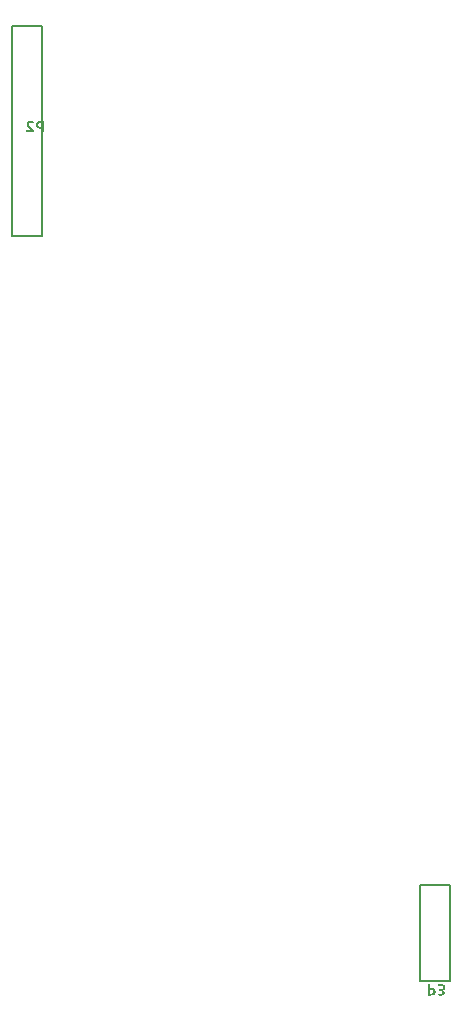
<source format=gbo>
G04*
G04 #@! TF.GenerationSoftware,Altium Limited,Altium Designer,20.0.14 (345)*
G04*
G04 Layer_Color=32896*
%FSLAX25Y25*%
%MOIN*%
G70*
G01*
G75*
%ADD10C,0.00787*%
G36*
X242777Y145552D02*
X242926Y145545D01*
X243055Y145532D01*
X243166Y145513D01*
X243263Y145500D01*
X243328Y145487D01*
X243354Y145481D01*
X243373D01*
X243379Y145474D01*
X243386D01*
X243503Y145442D01*
X243613Y145403D01*
X243703Y145364D01*
X243781Y145325D01*
X243846Y145286D01*
X243891Y145260D01*
X243924Y145241D01*
X243930Y145234D01*
X244008Y145169D01*
X244073Y145105D01*
X244131Y145040D01*
X244177Y144982D01*
X244209Y144923D01*
X244235Y144884D01*
X244248Y144859D01*
X244254Y144845D01*
X244293Y144761D01*
X244319Y144671D01*
X244338Y144586D01*
X244351Y144509D01*
X244358Y144437D01*
X244364Y144385D01*
Y144353D01*
Y144340D01*
X244358Y144211D01*
X244345Y144159D01*
X244338Y144107D01*
X244325Y144068D01*
X244313Y144042D01*
X244306Y144023D01*
Y144016D01*
X244254Y143912D01*
X244228Y143867D01*
X244202Y143828D01*
X244177Y143802D01*
X244157Y143776D01*
X244144Y143763D01*
X244138Y143757D01*
X244053Y143679D01*
X243976Y143627D01*
X243937Y143601D01*
X243911Y143588D01*
X243891Y143575D01*
X243885D01*
X243775Y143530D01*
X243716Y143511D01*
X243665Y143498D01*
X243619Y143485D01*
X243587Y143478D01*
X243561Y143472D01*
X243554D01*
X243658Y143426D01*
X243742Y143368D01*
X243820Y143316D01*
X243885Y143264D01*
X243937Y143213D01*
X243969Y143174D01*
X243995Y143148D01*
X244002Y143141D01*
X244053Y143057D01*
X244092Y142966D01*
X244125Y142869D01*
X244144Y142785D01*
X244157Y142701D01*
X244163Y142642D01*
Y142616D01*
Y142597D01*
Y142590D01*
Y142584D01*
X244157Y142506D01*
X244151Y142429D01*
X244138Y142364D01*
X244125Y142305D01*
X244105Y142253D01*
X244092Y142221D01*
X244086Y142195D01*
X244079Y142189D01*
X244047Y142124D01*
X244008Y142066D01*
X243963Y142014D01*
X243924Y141968D01*
X243891Y141929D01*
X243859Y141904D01*
X243840Y141891D01*
X243833Y141884D01*
X243768Y141839D01*
X243703Y141800D01*
X243632Y141768D01*
X243574Y141742D01*
X243515Y141722D01*
X243470Y141709D01*
X243444Y141696D01*
X243431D01*
X243341Y141670D01*
X243250Y141657D01*
X243159Y141644D01*
X243075Y141631D01*
X242997D01*
X242939Y141625D01*
X242790D01*
X242705Y141631D01*
X242673D01*
X242647Y141638D01*
X242628D01*
X242544Y141644D01*
X242466Y141657D01*
X242433Y141664D01*
X242407D01*
X242394Y141670D01*
X242388D01*
X242304Y141683D01*
X242226Y141703D01*
X242194Y141709D01*
X242168Y141716D01*
X242155Y141722D01*
X242148D01*
X242064Y141742D01*
X241980Y141761D01*
X241947Y141774D01*
X241921Y141780D01*
X241909Y141787D01*
X241902D01*
Y142383D01*
X242071Y142338D01*
X242148Y142312D01*
X242219Y142299D01*
X242271Y142286D01*
X242317Y142273D01*
X242349Y142266D01*
X242356D01*
X242518Y142241D01*
X242595Y142234D01*
X242667Y142228D01*
X242725Y142221D01*
X242809D01*
X242919Y142228D01*
X243017Y142241D01*
X243094Y142260D01*
X243159Y142279D01*
X243211Y142305D01*
X243250Y142325D01*
X243269Y142338D01*
X243276Y142344D01*
X243328Y142396D01*
X243367Y142454D01*
X243392Y142513D01*
X243412Y142571D01*
X243425Y142623D01*
X243431Y142662D01*
Y142688D01*
Y142701D01*
X243425Y142778D01*
X243412Y142850D01*
X243405Y142876D01*
X243399Y142895D01*
X243392Y142908D01*
Y142914D01*
X243354Y142986D01*
X243315Y143044D01*
X243276Y143083D01*
X243269Y143089D01*
X243263Y143096D01*
X243185Y143148D01*
X243107Y143187D01*
X243075Y143200D01*
X243049Y143213D01*
X243029Y143219D01*
X243023D01*
X242965Y143232D01*
X242900Y143238D01*
X242842Y143251D01*
X242777D01*
X242725Y143258D01*
X242258D01*
Y143802D01*
X242764D01*
X242848Y143809D01*
X242919Y143815D01*
X242978Y143822D01*
X243029Y143835D01*
X243062Y143841D01*
X243088Y143848D01*
X243094D01*
X243159Y143861D01*
X243211Y143880D01*
X243263Y143899D01*
X243302Y143919D01*
X243334Y143932D01*
X243360Y143945D01*
X243373Y143951D01*
X243379Y143958D01*
X243457Y144016D01*
X243509Y144074D01*
X243529Y144094D01*
X243541Y144113D01*
X243554Y144126D01*
Y144133D01*
X243587Y144211D01*
X243606Y144282D01*
X243613Y144314D01*
Y144340D01*
Y144353D01*
Y144360D01*
X243606Y144457D01*
X243593Y144502D01*
X243587Y144541D01*
X243574Y144573D01*
X243561Y144599D01*
X243554Y144612D01*
Y144619D01*
X243509Y144696D01*
X243451Y144755D01*
X243425Y144774D01*
X243405Y144794D01*
X243392Y144800D01*
X243386Y144807D01*
X243295Y144859D01*
X243204Y144891D01*
X243159Y144904D01*
X243133Y144917D01*
X243107Y144923D01*
X243101D01*
X242965Y144943D01*
X242893Y144956D01*
X242829D01*
X242770Y144962D01*
X242595D01*
X242505Y144956D01*
X242420D01*
X242349Y144949D01*
X242291D01*
X242245Y144943D01*
X242207D01*
X242122Y144936D01*
X242045Y144923D01*
X241980Y144917D01*
X241915Y144904D01*
X241870Y144897D01*
X241831Y144891D01*
X241805Y144884D01*
X241798D01*
Y145500D01*
X241857Y145507D01*
X241921Y145513D01*
X241941Y145519D01*
X241980D01*
X242057Y145526D01*
X242122Y145532D01*
X242148Y145539D01*
X242187D01*
X242271Y145545D01*
X242336D01*
X242369Y145552D01*
X242407D01*
X242485Y145558D01*
X242615D01*
X242777Y145552D01*
D02*
G37*
G36*
X239226Y144275D02*
X239589D01*
X239725Y144269D01*
X239854Y144262D01*
X239971Y144243D01*
X240068Y144223D01*
X240152Y144211D01*
X240211Y144191D01*
X240250Y144185D01*
X240263Y144178D01*
X240366Y144133D01*
X240463Y144087D01*
X240548Y144042D01*
X240613Y143997D01*
X240671Y143958D01*
X240716Y143925D01*
X240742Y143899D01*
X240749Y143893D01*
X240820Y143822D01*
X240878Y143744D01*
X240924Y143673D01*
X240969Y143608D01*
X241001Y143550D01*
X241021Y143498D01*
X241034Y143472D01*
X241040Y143459D01*
X241073Y143362D01*
X241098Y143264D01*
X241118Y143174D01*
X241131Y143089D01*
X241137Y143018D01*
X241144Y142960D01*
Y142921D01*
Y142908D01*
X241137Y142804D01*
X241131Y142701D01*
X241111Y142616D01*
X241092Y142539D01*
X241073Y142474D01*
X241060Y142429D01*
X241047Y142403D01*
X241040Y142390D01*
X240995Y142305D01*
X240949Y142234D01*
X240898Y142169D01*
X240852Y142111D01*
X240807Y142066D01*
X240774Y142033D01*
X240749Y142014D01*
X240742Y142007D01*
X240671Y141955D01*
X240587Y141904D01*
X240509Y141865D01*
X240438Y141832D01*
X240366Y141806D01*
X240314Y141787D01*
X240282Y141780D01*
X240276Y141774D01*
X240269D01*
X240159Y141748D01*
X240049Y141722D01*
X239939Y141709D01*
X239835Y141703D01*
X239744Y141696D01*
X239679Y141690D01*
X238500D01*
Y145500D01*
X239226D01*
Y144275D01*
D02*
G37*
G36*
X106258Y433269D02*
X106381Y433256D01*
X106492Y433230D01*
X106595Y433204D01*
X106680Y433178D01*
X106744Y433152D01*
X106764Y433145D01*
X106783Y433139D01*
X106790Y433133D01*
X106796D01*
X106906Y433081D01*
X107017Y433016D01*
X107107Y432958D01*
X107192Y432899D01*
X107256Y432847D01*
X107308Y432802D01*
X107341Y432776D01*
X107353Y432763D01*
X106978Y432284D01*
X106913Y432342D01*
X106848Y432394D01*
X106790Y432439D01*
X106731Y432472D01*
X106686Y432504D01*
X106647Y432523D01*
X106621Y432536D01*
X106615Y432543D01*
X106544Y432575D01*
X106466Y432601D01*
X106401Y432614D01*
X106336Y432627D01*
X106278Y432633D01*
X106239Y432640D01*
X106200D01*
X106109Y432633D01*
X106032Y432621D01*
X106006Y432608D01*
X105986Y432601D01*
X105973Y432595D01*
X105967D01*
X105895Y432562D01*
X105844Y432523D01*
X105811Y432497D01*
X105798Y432491D01*
Y432484D01*
X105753Y432426D01*
X105721Y432374D01*
X105701Y432335D01*
X105695Y432323D01*
Y432316D01*
X105669Y432245D01*
X105662Y432173D01*
X105656Y432148D01*
Y432128D01*
Y432115D01*
Y432109D01*
X105662Y432018D01*
X105669Y431934D01*
X105675Y431901D01*
X105682Y431875D01*
X105688Y431862D01*
Y431856D01*
X105714Y431759D01*
X105753Y431674D01*
X105772Y431636D01*
X105785Y431610D01*
X105792Y431590D01*
X105798Y431584D01*
X105831Y431532D01*
X105870Y431474D01*
X105909Y431422D01*
X105941Y431370D01*
X105980Y431325D01*
X106006Y431292D01*
X106025Y431266D01*
X106032Y431260D01*
X106090Y431188D01*
X106161Y431117D01*
X106226Y431046D01*
X106291Y430975D01*
X106349Y430916D01*
X106395Y430871D01*
X106427Y430839D01*
X106440Y430826D01*
X107334Y429918D01*
Y429400D01*
X104749D01*
Y430055D01*
X106356D01*
X105805Y430579D01*
X105727Y430657D01*
X105649Y430728D01*
X105585Y430793D01*
X105526Y430858D01*
X105481Y430903D01*
X105448Y430942D01*
X105422Y430968D01*
X105416Y430975D01*
X105351Y431046D01*
X105299Y431111D01*
X105247Y431176D01*
X105202Y431227D01*
X105170Y431279D01*
X105144Y431312D01*
X105131Y431337D01*
X105124Y431344D01*
X105047Y431480D01*
X105021Y431545D01*
X104995Y431603D01*
X104975Y431655D01*
X104962Y431694D01*
X104949Y431720D01*
Y431726D01*
X104911Y431875D01*
X104898Y431953D01*
X104891Y432018D01*
X104885Y432070D01*
Y432115D01*
Y432141D01*
Y432154D01*
X104891Y432251D01*
X104898Y432342D01*
X104911Y432426D01*
X104930Y432497D01*
X104949Y432556D01*
X104962Y432595D01*
X104969Y432627D01*
X104975Y432633D01*
X105014Y432711D01*
X105053Y432776D01*
X105092Y432841D01*
X105137Y432886D01*
X105170Y432932D01*
X105202Y432958D01*
X105222Y432977D01*
X105228Y432983D01*
X105293Y433035D01*
X105358Y433074D01*
X105422Y433113D01*
X105481Y433145D01*
X105539Y433165D01*
X105578Y433184D01*
X105604Y433197D01*
X105617D01*
X105701Y433223D01*
X105792Y433243D01*
X105876Y433256D01*
X105954Y433269D01*
X106025D01*
X106077Y433275D01*
X106122D01*
X106258Y433269D01*
D02*
G37*
G36*
X110600Y429400D02*
X109874D01*
Y430625D01*
X109511D01*
X109375Y430631D01*
X109246Y430638D01*
X109129Y430657D01*
X109032Y430677D01*
X108948Y430689D01*
X108889Y430709D01*
X108850Y430715D01*
X108837Y430722D01*
X108734Y430767D01*
X108637Y430813D01*
X108552Y430858D01*
X108487Y430903D01*
X108429Y430942D01*
X108384Y430975D01*
X108358Y431001D01*
X108351Y431007D01*
X108280Y431078D01*
X108222Y431156D01*
X108177Y431227D01*
X108131Y431292D01*
X108099Y431351D01*
X108079Y431402D01*
X108066Y431428D01*
X108060Y431441D01*
X108027Y431538D01*
X108001Y431636D01*
X107982Y431726D01*
X107969Y431811D01*
X107963Y431882D01*
X107956Y431940D01*
Y431979D01*
Y431992D01*
X107963Y432096D01*
X107969Y432199D01*
X107989Y432284D01*
X108008Y432361D01*
X108027Y432426D01*
X108040Y432472D01*
X108053Y432497D01*
X108060Y432510D01*
X108105Y432595D01*
X108151Y432666D01*
X108202Y432731D01*
X108248Y432789D01*
X108293Y432834D01*
X108326Y432867D01*
X108351Y432886D01*
X108358Y432893D01*
X108429Y432945D01*
X108513Y432996D01*
X108591Y433035D01*
X108662Y433068D01*
X108734Y433094D01*
X108786Y433113D01*
X108818Y433119D01*
X108825Y433126D01*
X108831D01*
X108941Y433152D01*
X109051Y433178D01*
X109161Y433191D01*
X109265Y433197D01*
X109356Y433204D01*
X109421Y433210D01*
X110600D01*
Y429400D01*
D02*
G37*
%LPC*%
G36*
X239686Y143679D02*
X239226D01*
Y142286D01*
X239673D01*
X239738Y142292D01*
X239796Y142299D01*
X239854Y142312D01*
X239893Y142318D01*
X239926Y142331D01*
X239945Y142338D01*
X239951D01*
X240055Y142377D01*
X240094Y142403D01*
X240133Y142422D01*
X240159Y142441D01*
X240178Y142461D01*
X240191Y142467D01*
X240198Y142474D01*
X240263Y142539D01*
X240308Y142610D01*
X240321Y142636D01*
X240334Y142662D01*
X240340Y142675D01*
Y142681D01*
X240373Y142778D01*
X240386Y142863D01*
X240392Y142902D01*
Y142927D01*
Y142947D01*
Y142953D01*
X240386Y143070D01*
X240379Y143122D01*
X240366Y143167D01*
X240360Y143206D01*
X240347Y143232D01*
X240340Y143251D01*
Y143258D01*
X240295Y143349D01*
X240250Y143420D01*
X240224Y143446D01*
X240211Y143465D01*
X240198Y143478D01*
X240191Y143485D01*
X240113Y143550D01*
X240036Y143595D01*
X240003Y143614D01*
X239977Y143621D01*
X239958Y143634D01*
X239951D01*
X239841Y143660D01*
X239783Y143666D01*
X239731Y143673D01*
X239686Y143679D01*
D02*
G37*
G36*
X109874Y432614D02*
X109427D01*
X109362Y432608D01*
X109304Y432601D01*
X109246Y432588D01*
X109207Y432582D01*
X109174Y432569D01*
X109155Y432562D01*
X109149D01*
X109045Y432523D01*
X109006Y432497D01*
X108967Y432478D01*
X108941Y432459D01*
X108922Y432439D01*
X108909Y432433D01*
X108902Y432426D01*
X108837Y432361D01*
X108792Y432290D01*
X108779Y432264D01*
X108766Y432238D01*
X108760Y432225D01*
Y432219D01*
X108727Y432122D01*
X108714Y432037D01*
X108708Y431998D01*
Y431973D01*
Y431953D01*
Y431947D01*
X108714Y431830D01*
X108721Y431778D01*
X108734Y431733D01*
X108740Y431694D01*
X108753Y431668D01*
X108760Y431649D01*
Y431642D01*
X108805Y431551D01*
X108850Y431480D01*
X108876Y431454D01*
X108889Y431435D01*
X108902Y431422D01*
X108909Y431415D01*
X108986Y431351D01*
X109064Y431305D01*
X109097Y431286D01*
X109123Y431279D01*
X109142Y431266D01*
X109149D01*
X109259Y431240D01*
X109317Y431234D01*
X109369Y431227D01*
X109414Y431221D01*
X109874D01*
Y432614D01*
D02*
G37*
%LPD*%
D10*
X100000Y395000D02*
X110000D01*
X100000D02*
Y465000D01*
X110000Y395000D02*
Y465000D01*
X100000D02*
X110000D01*
X236000Y146500D02*
Y178500D01*
Y146500D02*
X246000D01*
Y178500D01*
X236000D02*
X246000D01*
M02*

</source>
